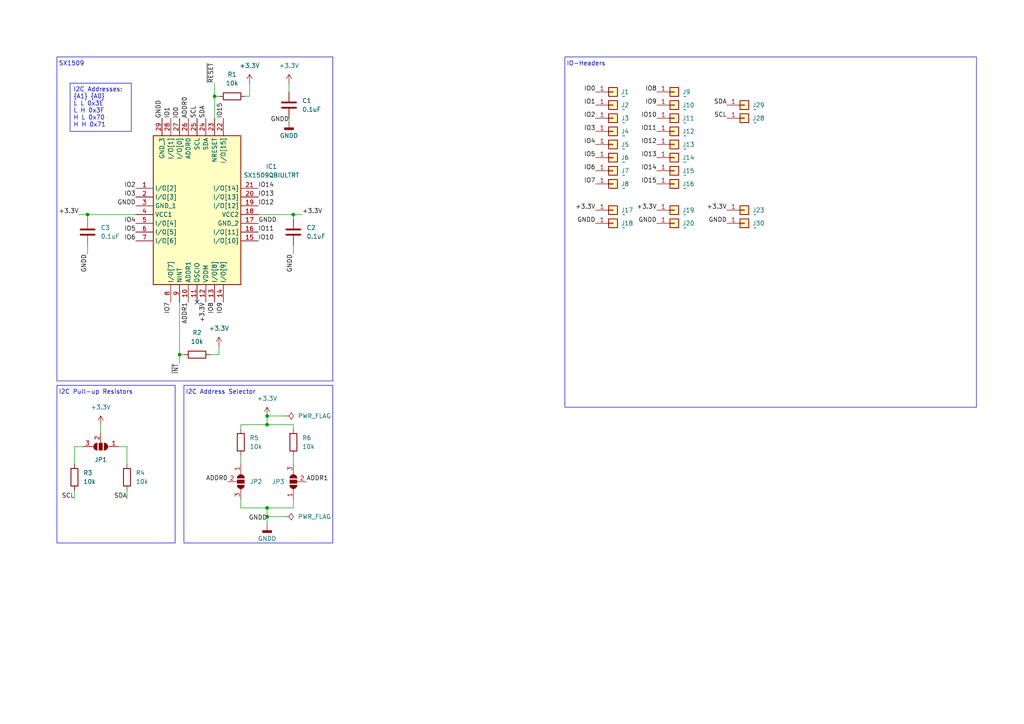
<source format=kicad_sch>
(kicad_sch (version 20231120) (generator "eeschema") (generator_version "8.0")
  (paper "A4")
  (lib_symbols
    (symbol "Connector_Generic:Conn_01x01" (pin_names (offset 1.016) hide)
      (property "Reference" "J" (at 0 2.54 0))
      (property "Value" "Conn_01x01" (at 0 -2.54 0))
      (symbol "Conn_01x01_1_1"
        (rectangle (start -1.27 0.127) (end 0 -0.127) (stroke (width 0.1524)))
        (rectangle (start -1.27 1.27) (end 1.27 -1.27) (stroke (width 0.254)) (fill (type background)))
        (pin passive line (at -5.08 0 0) (length 3.81) (name "Pin_1") (number "1"))
      )
    )
    (symbol "Device:C" (pin_numbers hide) (pin_names (offset 0.254))
      (property "Reference" "C" (at 0.635 2.54 0))
      (property "Value" "C" (at 0.635 -2.54 0))
      (symbol "C_0_1"
        (polyline (pts (xy -2.032 -0.762) (xy 2.032 -0.762)) (stroke (width 0.508)))
        (polyline (pts (xy -2.032 0.762) (xy 2.032 0.762)) (stroke (width 0.508)))
      )
      (symbol "C_1_1"
        (pin passive line (at 0 3.81 270) (length 2.794) (name "~") (number "1"))
        (pin passive line (at 0 -3.81 90) (length 2.794) (name "~") (number "2"))
      )
    )
    (symbol "Device:R" (pin_numbers hide) (pin_names (offset 0))
      (property "Reference" "R" (at 2.032 0 90))
      (property "Value" "R" (at 0 0 90))
      (symbol "R_0_1"
        (rectangle (start -1.016 -2.54) (end 1.016 2.54) (stroke (width 0.254)))
      )
      (symbol "R_1_1"
        (pin passive line (at 0 3.81 270) (length 1.27) (name "~") (number "1"))
        (pin passive line (at 0 -3.81 90) (length 1.27) (name "~") (number "2"))
      )
    )
    (symbol "Jumper:SolderJumper_3_Open" (pin_names (offset 0) hide) (exclude_from_sim yes) (in_bom no)
      (property "Reference" "JP" (at -2.54 -2.54 0))
      (property "Value" "SolderJumper_3_Open" (at 0 2.794 0))
      (symbol "SolderJumper_3_Open_0_1"
        (arc (start -1.016 1.016) (mid -2.0276 0) (end -1.016 -1.016))
        (arc (start -1.016 1.016) (mid -2.0276 0) (end -1.016 -1.016) (fill (type outline)))
        (rectangle (start -0.508 1.016) (end 0.508 -1.016) (fill (type outline)))
        (polyline (pts (xy -2.54 0) (xy -2.032 0)))
        (polyline (pts (xy -1.016 1.016) (xy -1.016 -1.016)))
        (polyline (pts (xy 0 -1.27) (xy 0 -1.016)))
        (polyline (pts (xy 1.016 1.016) (xy 1.016 -1.016)))
        (polyline (pts (xy 2.54 0) (xy 2.032 0)))
        (arc (start 1.016 -1.016) (mid 2.0276 0) (end 1.016 1.016))
        (arc (start 1.016 -1.016) (mid 2.0276 0) (end 1.016 1.016) (fill (type outline)))
      )
      (symbol "SolderJumper_3_Open_1_1"
        (pin passive line (at -5.08 0 0) (length 2.54) (name "A") (number "1"))
        (pin passive line (at 0 -3.81 90) (length 2.54) (name "C") (number "2"))
        (pin passive line (at 5.08 0 180) (length 2.54) (name "B") (number "3"))
      )
    )
    (symbol "SX1509QBIULTRT:SX1509QBIULTRT"
      (property "Reference" "IC" (at 31.75 20.32 0))
      (property "Value" "SX1509QBIULTRT" (at 31.75 17.78 0))
      (symbol "SX1509QBIULTRT_1_1"
        (rectangle (start 5.08 15.24) (end 30.48 -27.94) (stroke (width 0.254)) (fill (type background)))
        (pin passive line (at 0 0 0) (length 5.08) (name "I/O[2]") (number "1"))
        (pin passive line (at 15.24 -33.02 90) (length 5.08) (name "ADDR1") (number "10"))
        (pin passive line (at 17.78 -33.02 90) (length 5.08) (name "OSCIO") (number "11"))
        (pin passive line (at 20.32 -33.02 90) (length 5.08) (name "VDDM") (number "12"))
        (pin passive line (at 22.86 -33.02 90) (length 5.08) (name "I/O[8]") (number "13"))
        (pin passive line (at 25.4 -33.02 90) (length 5.08) (name "I/O[9]") (number "14"))
        (pin passive line (at 35.56 -15.24 180) (length 5.08) (name "I/O[10]") (number "15"))
        (pin passive line (at 35.56 -12.7 180) (length 5.08) (name "I/O[11]") (number "16"))
        (pin passive line (at 35.56 -10.16 180) (length 5.08) (name "GND_2") (number "17"))
        (pin passive line (at 35.56 -7.62 180) (length 5.08) (name "VCC2") (number "18"))
        (pin passive line (at 35.56 -5.08 180) (length 5.08) (name "I/O[12]") (number "19"))
        (pin passive line (at 0 -2.54 0) (length 5.08) (name "I/O[3]") (number "2"))
        (pin passive line (at 35.56 -2.54 180) (length 5.08) (name "I/O[13]") (number "20"))
        (pin passive line (at 35.56 0 180) (length 5.08) (name "I/O[14]") (number "21"))
        (pin passive line (at 25.4 20.32 270) (length 5.08) (name "I/O[15]") (number "22"))
        (pin passive line (at 22.86 20.32 270) (length 5.08) (name "NRESET") (number "23"))
        (pin passive line (at 20.32 20.32 270) (length 5.08) (name "SDA") (number "24"))
        (pin passive line (at 17.78 20.32 270) (length 5.08) (name "SCL") (number "25"))
        (pin passive line (at 15.24 20.32 270) (length 5.08) (name "ADDR0") (number "26"))
        (pin passive line (at 12.7 20.32 270) (length 5.08) (name "I/O[0]") (number "27"))
        (pin passive line (at 10.16 20.32 270) (length 5.08) (name "I/O[1]") (number "28"))
        (pin passive line (at 7.62 20.32 270) (length 5.08) (name "GND_3") (number "29"))
        (pin passive line (at 0 -5.08 0) (length 5.08) (name "GND_1") (number "3"))
        (pin passive line (at 0 -7.62 0) (length 5.08) (name "VCC1") (number "4"))
        (pin passive line (at 0 -10.16 0) (length 5.08) (name "I/O[4]") (number "5"))
        (pin passive line (at 0 -12.7 0) (length 5.08) (name "I/O[5]") (number "6"))
        (pin passive line (at 0 -15.24 0) (length 5.08) (name "I/O[6]") (number "7"))
        (pin passive line (at 10.16 -33.02 90) (length 5.08) (name "I/O[7]") (number "8"))
        (pin passive line (at 12.7 -33.02 90) (length 5.08) (name "NINT") (number "9"))
      )
    )
    (symbol "power:+3.3V" (power) (pin_numbers hide) (pin_names (offset 0) hide)
      (property "Value" "+3.3V" (at 0 3.556 0))
      (symbol "+3.3V_0_1"
        (polyline (pts (xy -0.762 1.27) (xy 0 2.54)))
        (polyline (pts (xy 0 0) (xy 0 2.54)))
        (polyline (pts (xy 0 2.54) (xy 0.762 1.27)))
      )
      (symbol "+3.3V_1_1"
        (pin power_in line (at 0 0 90) (length 0) (name "~") (number "1"))
      )
    )
    (symbol "power:GNDD" (power) (pin_numbers hide) (pin_names (offset 0) hide)
      (property "Value" "GNDD" (at 0 -3.175 0))
      (symbol "GNDD_0_1"
        (rectangle (start -1.27 -1.524) (end 1.27 -2.032) (stroke (width 0.254)) (fill (type outline)))
        (polyline (pts (xy 0 0) (xy 0 -1.524)))
      )
      (symbol "GNDD_1_1"
        (pin power_in line (at 0 0 270) (length 0) (name "~") (number "1"))
      )
    )
    (symbol "power:PWR_FLAG" (power) (pin_numbers hide) (pin_names (offset 0) hide)
      (property "Value" "PWR_FLAG" (at 0 3.81 0))
      (symbol "PWR_FLAG_0_0"
        (pin power_out line (at 0 0 90) (length 0) (name "~") (number "1"))
      )
      (symbol "PWR_FLAG_0_1"
        (polyline (pts (xy 0 0) (xy 0 1.27) (xy -1.016 1.905) (xy 0 2.54) (xy 1.016 1.905) (xy 0 1.27)))
      )
    )
  )
  (junction (at 25.4 62.23))
  (junction (at 52.07 102.87))
  (junction (at 77.47 147.32))
  (junction (at 85.09 62.23))
  (junction (at 77.47 120.65))
  (junction (at 77.47 123.19))
  (junction (at 77.47 149.86))
  (junction (at 62.23 27.94))
  (no_connect (at 57.15 87.63))
  (wire (pts (xy 87.63 62.23) (xy 85.09 62.23)))
  (wire (pts (xy 77.47 149.86) (xy 82.55 149.86)))
  (wire (pts (xy 77.47 120.65) (xy 77.47 123.19)))
  (wire (pts (xy 69.85 124.46) (xy 69.85 123.19)))
  (wire (pts (xy 52.07 105.41) (xy 52.07 102.87)))
  (wire (pts (xy 34.29 129.54) (xy 36.83 129.54)))
  (wire (pts (xy 85.09 71.12) (xy 85.09 73.66)))
  (wire (pts (xy 83.82 24.13) (xy 83.82 26.67)))
  (wire (pts (xy 85.09 62.23) (xy 85.09 63.5)))
  (wire (pts (xy 85.09 147.32) (xy 85.09 144.78)))
  (wire (pts (xy 71.12 27.94) (xy 72.39 27.94)))
  (wire (pts (xy 77.47 152.4) (xy 77.47 149.86)))
  (wire (pts (xy 85.09 124.46) (xy 85.09 123.19)))
  (wire (pts (xy 63.5 102.87) (xy 60.96 102.87)))
  (wire (pts (xy 77.47 120.65) (xy 82.55 120.65)))
  (wire (pts (xy 25.4 62.23) (xy 25.4 63.5)))
  (wire (pts (xy 21.59 129.54) (xy 24.13 129.54)))
  (wire (pts (xy 22.86 62.23) (xy 25.4 62.23)))
  (wire (pts (xy 21.59 142.24) (xy 21.59 144.78)))
  (wire (pts (xy 36.83 142.24) (xy 36.83 144.78)))
  (wire (pts (xy 85.09 132.08) (xy 85.09 134.62)))
  (wire (pts (xy 25.4 71.12) (xy 25.4 73.66)))
  (wire (pts (xy 69.85 123.19) (xy 77.47 123.19)))
  (wire (pts (xy 77.47 149.86) (xy 77.47 147.32)))
  (wire (pts (xy 77.47 123.19) (xy 85.09 123.19)))
  (wire (pts (xy 69.85 144.78) (xy 69.85 147.32)))
  (wire (pts (xy 62.23 27.94) (xy 62.23 34.29)))
  (wire (pts (xy 25.4 62.23) (xy 39.37 62.23)))
  (wire (pts (xy 52.07 102.87) (xy 53.34 102.87)))
  (wire (pts (xy 69.85 147.32) (xy 77.47 147.32)))
  (wire (pts (xy 77.47 147.32) (xy 85.09 147.32)))
  (wire (pts (xy 62.23 24.13) (xy 62.23 27.94)))
  (wire (pts (xy 83.82 34.29) (xy 83.82 35.56)))
  (wire (pts (xy 63.5 102.87) (xy 63.5 100.33)))
  (wire (pts (xy 62.23 27.94) (xy 63.5 27.94)))
  (wire (pts (xy 36.83 129.54) (xy 36.83 134.62)))
  (wire (pts (xy 29.21 123.19) (xy 29.21 125.73)))
  (wire (pts (xy 85.09 62.23) (xy 74.93 62.23)))
  (wire (pts (xy 52.07 102.87) (xy 52.07 87.63)))
  (wire (pts (xy 69.85 132.08) (xy 69.85 134.62)))
  (wire (pts (xy 21.59 134.62) (xy 21.59 129.54)))
  (wire (pts (xy 72.39 24.13) (xy 72.39 27.94)))
  (rectangle (start 163.83 16.51) (end 283.21 118.11))
  (rectangle (start 16.51 16.51) (end 96.52 110.49))
  (rectangle (start 16.51 111.76) (end 50.8 157.48))
  (rectangle (start 53.34 111.76) (end 96.52 157.48))
  (text_box "I2C Addresses: \n{A1} {A0}\nL L 0x3E\nL H 0x3F\nH L 0x70\nH H 0x71" (at 20.32 24.13 0) (size 17.78 13.97) (effects (font (size 1.27 1.27)) (justify left top)))
  (text "IO-Headers" (at 164.338 18.542 0) (effects (font (size 1.27 1.27)) (justify left)))
  (text "I2C Address Selector" (at 53.848 113.792 0) (effects (font (size 1.27 1.27)) (justify left)))
  (text "I2C Pull-up Resistors" (at 17.018 113.792 0) (effects (font (size 1.27 1.27)) (justify left)))
  (text "SX1509" (at 17.018 18.542 0) (effects (font (size 1.27 1.27)) (justify left)))
  (label "ADDR0" (at 66.04 139.7 180))
  (label "IO2" (at 172.72 34.29 180))
  (label "ADDR0" (at 54.61 34.29 90))
  (label "SDA" (at 59.69 34.29 90))
  (label "GNDD" (at 85.09 73.66 270))
  (label "IO1" (at 172.72 30.48 180))
  (label "+3.3V" (at 210.82 60.96 180))
  (label "IO12" (at 74.93 59.69 0))
  (label "+3.3V" (at 87.63 62.23 0))
  (label "IO9" (at 64.77 87.63 270))
  (label "IO0" (at 52.07 34.29 90))
  (label "IO2" (at 39.37 54.61 180))
  (label "IO10" (at 74.93 69.85 0))
  (label "ADDR1" (at 54.61 87.63 270))
  (label "IO14" (at 190.5 49.53 180))
  (label "GNDD" (at 46.99 34.29 90))
  (label "+3.3V" (at 172.72 60.96 180))
  (label "~{INT}" (at 52.07 105.41 270))
  (label "GNDD" (at 25.4 73.66 270))
  (label "IO6" (at 172.72 49.53 180))
  (label "IO1" (at 49.53 34.29 90))
  (label "IO3" (at 39.37 57.15 180))
  (label "IO4" (at 172.72 41.91 180))
  (label "IO10" (at 190.5 34.29 180))
  (label "IO8" (at 62.23 87.63 270))
  (label "SCL" (at 210.82 34.29 180))
  (label "IO15" (at 190.5 53.34 180))
  (label "GNDD" (at 39.37 59.69 180))
  (label "IO14" (at 74.93 54.61 0))
  (label "GNDD" (at 190.5 64.77 180))
  (label "+3.3V" (at 190.5 60.96 180))
  (label "IO3" (at 172.72 38.1 180))
  (label "IO8" (at 190.5 26.67 180))
  (label "GNDD" (at 74.93 64.77 0))
  (label "IO11" (at 190.5 38.1 180))
  (label "IO5" (at 39.37 67.31 180))
  (label "IO12" (at 190.5 41.91 180))
  (label "SCL" (at 21.59 144.78 180))
  (label "SCL" (at 57.15 34.29 90))
  (label "IO5" (at 172.72 45.72 180))
  (label "SDA" (at 210.82 30.48 180))
  (label "+3.3V" (at 59.69 87.63 270))
  (label "GNDD" (at 83.82 35.56 180))
  (label "GNDD" (at 210.82 64.77 180))
  (label "IO6" (at 39.37 69.85 180))
  (label "IO7" (at 49.53 87.63 270))
  (label "IO4" (at 39.37 64.77 180))
  (label "IO0" (at 172.72 26.67 180))
  (label "GNDD" (at 77.47 151.13 180))
  (label "GNDD" (at 172.72 64.77 180))
  (label "IO13" (at 190.5 45.72 180))
  (label "IO13" (at 74.93 57.15 0))
  (label "IO15" (at 64.77 34.29 90))
  (label "+3.3V" (at 22.86 62.23 180))
  (label "IO7" (at 172.72 53.34 180))
  (label "IO11" (at 74.93 67.31 0))
  (label "IO9" (at 190.5 30.48 180))
  (label "ADDR1" (at 88.9 139.7 0))
  (label "~{RESET}" (at 62.23 24.13 90))
  (label "SDA" (at 36.83 144.78 180))
  (symbol (lib_id "SX1509QBIULTRT:SX1509QBIULTRT") (at 39.37 54.61 0) (unit 1)
    (property "Reference" "IC1" (at 78.74 48.2914 0))
    (property "Value" "SX1509QBIULTRT" (at 78.74 50.8314 0))
    (property "Footprint" "library:QFN40P400X400X60-29N-D" (effects (hide yes)))
    (property "Datasheet" "https://media.digikey.com/pdf/Data%20Sheets/Semtech%20PDFs/SX1508_09QB.pdf" (effects (hide yes)))
    (property "Description" "SX1509QBIULTRT" (effects (hide yes)))
    (property "Height" "0.6" (effects (hide yes)))
    (property "Mouser Part Number" "947-SX1509QBIULTRT" (effects (hide yes)))
    (property "Manufacturer_Name" "SEMTECH" (effects (hide yes)))
    (property "Manufacturer_Part_Number" "SX1509QBIULTRT" (effects (hide yes)))
  )
  (symbol (lib_id "Connector_Generic:Conn_01x01") (at 177.8 45.72 0) (unit 1) (in_bom no)
    (property "Reference" "J6" (at 180.086 45.72 0) (effects (justify left)))
    (property "Value" "~" (at 180.34 46.9899 0) (effects (justify left)))
    (property "Footprint" "Castellated_Holes:Castellated_Hole02" (effects (hide yes)))
    (property "Description" "Generic connector, single row, 01x01, script generated (kicad-library-utils/schlib/autogen/connector/)" (effects (hide yes)))
  )
  (symbol (lib_id "Connector_Generic:Conn_01x01") (at 177.8 26.67 0) (unit 1) (in_bom no)
    (property "Reference" "J1" (at 180.086 26.67 0) (effects (justify left)))
    (property "Value" "~" (at 180.34 27.9399 0) (effects (justify left)))
    (property "Footprint" "Castellated_Holes:Castellated_Hole02" (effects (hide yes)))
    (property "Description" "Generic connector, single row, 01x01, script generated (kicad-library-utils/schlib/autogen/connector/)" (effects (hide yes)))
  )
  (symbol (lib_id "power:GNDD") (at 77.47 152.4 0) (unit 1)
    (property "Reference" "#PWR07" (effects (hide yes)))
    (property "Value" "GNDD" (at 77.47 156.21 0))
    (property "Description" "Power symbol creates a global label with name \"GNDD\" , digital ground" (effects (hide yes)))
  )
  (symbol (lib_id "Device:R") (at 36.83 138.43 180) (unit 1)
    (property "Reference" "R4" (at 39.37 137.1599 0) (effects (justify right)))
    (property "Value" "10k" (at 39.37 139.6999 0) (effects (justify right)))
    (property "Footprint" "Resistor_SMD:R_0402_1005Metric_Pad0.72x0.64mm_HandSolder" (effects (hide yes)))
    (property "Description" "Resistor, 10.0k, 0402 SMD" (effects (hide yes)))
  )
  (symbol (lib_id "Connector_Generic:Conn_01x01") (at 195.58 49.53 0) (unit 1) (in_bom no)
    (property "Reference" "J15" (at 197.866 49.53 0) (effects (justify left)))
    (property "Value" "~" (at 198.12 50.7999 0) (effects (justify left)))
    (property "Footprint" "Castellated_Holes:Castellated_Hole02" (effects (hide yes)))
    (property "Description" "Generic connector, single row, 01x01, script generated (kicad-library-utils/schlib/autogen/connector/)" (effects (hide yes)))
  )
  (symbol (lib_id "power:PWR_FLAG") (at 82.55 120.65 270) (unit 1)
    (property "Reference" "#FLG01" (effects (hide yes)))
    (property "Value" "PWR_FLAG" (at 86.36 120.6499 90) (effects (justify left)))
    (property "Description" "Special symbol for telling ERC where power comes from" (effects (hide yes)))
  )
  (symbol (lib_id "Connector_Generic:Conn_01x01") (at 215.9 34.29 0) (unit 1) (in_bom no)
    (property "Reference" "J28" (at 218.186 34.29 0) (effects (justify left)))
    (property "Value" "~" (at 218.44 35.5599 0) (effects (justify left)))
    (property "Footprint" "Castellated_Holes:Castellated_Hole02" (effects (hide yes)))
    (property "Description" "Generic connector, single row, 01x01, script generated (kicad-library-utils/schlib/autogen/connector/)" (effects (hide yes)))
  )
  (symbol (lib_id "Connector_Generic:Conn_01x01") (at 177.8 49.53 0) (unit 1) (in_bom no)
    (property "Reference" "J7" (at 180.086 49.53 0) (effects (justify left)))
    (property "Value" "~" (at 180.34 50.7999 0) (effects (justify left)))
    (property "Footprint" "Castellated_Holes:Castellated_Hole02" (effects (hide yes)))
    (property "Description" "Generic connector, single row, 01x01, script generated (kicad-library-utils/schlib/autogen/connector/)" (effects (hide yes)))
  )
  (symbol (lib_id "Jumper:SolderJumper_3_Open") (at 85.09 139.7 90) (unit 1) (exclude_from_sim yes) (in_bom no)
    (property "Reference" "JP3" (at 82.55 139.6999 90) (effects (justify left)))
    (property "Value" "SolderJumper_3_Open" (effects (hide yes)))
    (property "Footprint" "Jumper:SolderJumper-3_P1.3mm_Open_RoundedPad1.0x1.5mm" (effects (hide yes)))
    (property "Description" "Solder Jumper, 3-pole, open" (effects (hide yes)))
  )
  (symbol (lib_id "Connector_Generic:Conn_01x01") (at 177.8 30.48 0) (unit 1) (in_bom no)
    (property "Reference" "J2" (at 180.086 30.48 0) (effects (justify left)))
    (property "Value" "~" (at 180.34 31.7499 0) (effects (justify left)))
    (property "Footprint" "Castellated_Holes:Castellated_Hole02" (effects (hide yes)))
    (property "Description" "Generic connector, single row, 01x01, script generated (kicad-library-utils/schlib/autogen/connector/)" (effects (hide yes)))
  )
  (symbol (lib_id "Connector_Generic:Conn_01x01") (at 177.8 53.34 0) (unit 1) (in_bom no)
    (property "Reference" "J8" (at 180.086 53.34 0) (effects (justify left)))
    (property "Value" "~" (at 180.34 54.6099 0) (effects (justify left)))
    (property "Footprint" "Castellated_Holes:Castellated_Hole02" (effects (hide yes)))
    (property "Description" "Generic connector, single row, 01x01, script generated (kicad-library-utils/schlib/autogen/connector/)" (effects (hide yes)))
  )
  (symbol (lib_id "Jumper:SolderJumper_3_Open") (at 29.21 129.54 180) (unit 1) (exclude_from_sim yes) (in_bom no)
    (property "Reference" "JP1" (at 29.21 133.35 0))
    (property "Value" "SolderJumper_3_Open" (effects (hide yes)))
    (property "Footprint" "Jumper:SolderJumper-3_P1.3mm_Open_RoundedPad1.0x1.5mm" (effects (hide yes)))
    (property "Description" "Solder Jumper, 3-pole, open" (effects (hide yes)))
  )
  (symbol (lib_id "Device:R") (at 69.85 128.27 180) (unit 1)
    (property "Reference" "R5" (at 72.39 126.9999 0) (effects (justify right)))
    (property "Value" "10k" (at 72.39 129.5399 0) (effects (justify right)))
    (property "Footprint" "Resistor_SMD:R_0402_1005Metric_Pad0.72x0.64mm_HandSolder" (effects (hide yes)))
    (property "Description" "Resistor, 10.0k, 0402 SMD" (effects (hide yes)))
  )
  (symbol (lib_id "power:+3.3V") (at 29.21 123.19 0) (unit 1)
    (property "Reference" "#PWR05" (effects (hide yes)))
    (property "Value" "+3.3V" (at 29.21 118.11 0))
    (property "Description" "Power symbol creates a global label with name \"+3.3V\"" (effects (hide yes)))
  )
  (symbol (lib_id "Device:C") (at 83.82 30.48 0) (unit 1)
    (property "Reference" "C1" (at 87.63 29.2099 0) (effects (justify left)))
    (property "Value" "0.1uF" (at 87.63 31.7499 0) (effects (justify left)))
    (property "Footprint" "Capacitor_SMD:C_0402_1005Metric_Pad0.74x0.62mm_HandSolder" (effects (hide yes)))
    (property "Description" "Capacitor, 10uF, 0402 SMD" (effects (hide yes)))
  )
  (symbol (lib_id "Device:C") (at 25.4 67.31 0) (unit 1)
    (property "Reference" "C3" (at 29.21 66.0399 0) (effects (justify left)))
    (property "Value" "0.1uF" (at 29.21 68.5799 0) (effects (justify left)))
    (property "Footprint" "Capacitor_SMD:C_0402_1005Metric_Pad0.74x0.62mm_HandSolder" (effects (hide yes)))
    (property "Description" "Capacitor, 10uF, 0402 SMD" (effects (hide yes)))
  )
  (symbol (lib_id "Connector_Generic:Conn_01x01") (at 177.8 41.91 0) (unit 1) (in_bom no)
    (property "Reference" "J5" (at 180.086 41.91 0) (effects (justify left)))
    (property "Value" "~" (at 180.34 43.1799 0) (effects (justify left)))
    (property "Footprint" "Castellated_Holes:Castellated_Hole02" (effects (hide yes)))
    (property "Description" "Generic connector, single row, 01x01, script generated (kicad-library-utils/schlib/autogen/connector/)" (effects (hide yes)))
  )
  (symbol (lib_id "Connector_Generic:Conn_01x01") (at 177.8 38.1 0) (unit 1) (in_bom no)
    (property "Reference" "J4" (at 180.086 38.1 0) (effects (justify left)))
    (property "Value" "~" (at 180.34 39.3699 0) (effects (justify left)))
    (property "Footprint" "Castellated_Holes:Castellated_Hole02" (effects (hide yes)))
    (property "Description" "Generic connector, single row, 01x01, script generated (kicad-library-utils/schlib/autogen/connector/)" (effects (hide yes)))
  )
  (symbol (lib_id "Connector_Generic:Conn_01x01") (at 195.58 64.77 0) (unit 1) (in_bom no)
    (property "Reference" "J20" (at 197.866 64.77 0) (effects (justify left)))
    (property "Value" "~" (at 198.12 66.0399 0) (effects (justify left)))
    (property "Footprint" "Castellated_Holes:Castellated_Hole02" (effects (hide yes)))
    (property "Description" "Generic connector, single row, 01x01, script generated (kicad-library-utils/schlib/autogen/connector/)" (effects (hide yes)))
  )
  (symbol (lib_id "Device:R") (at 57.15 102.87 90) (unit 1)
    (property "Reference" "R2" (at 57.15 96.52 90))
    (property "Value" "10k" (at 57.15 99.06 90))
    (property "Footprint" "Resistor_SMD:R_0402_1005Metric_Pad0.72x0.64mm_HandSolder" (effects (hide yes)))
    (property "Description" "Resistor, 10.0k, 0402 SMD" (effects (hide yes)))
  )
  (symbol (lib_id "Connector_Generic:Conn_01x01") (at 215.9 30.48 0) (unit 1) (in_bom no)
    (property "Reference" "J29" (at 218.186 30.48 0) (effects (justify left)))
    (property "Value" "~" (at 218.44 31.7499 0) (effects (justify left)))
    (property "Footprint" "Castellated_Holes:Castellated_Hole02" (effects (hide yes)))
    (property "Description" "Generic connector, single row, 01x01, script generated (kicad-library-utils/schlib/autogen/connector/)" (effects (hide yes)))
  )
  (symbol (lib_id "power:GNDD") (at 83.82 35.56 0) (unit 1)
    (property "Reference" "#PWR01" (effects (hide yes)))
    (property "Value" "GNDD" (at 83.82 39.37 0))
    (property "Description" "Power symbol creates a global label with name \"GNDD\" , digital ground" (effects (hide yes)))
  )
  (symbol (lib_id "power:+3.3V") (at 77.47 120.65 0) (unit 1)
    (property "Reference" "#PWR06" (effects (hide yes)))
    (property "Value" "+3.3V" (at 77.47 115.57 0))
    (property "Description" "Power symbol creates a global label with name \"+3.3V\"" (effects (hide yes)))
  )
  (symbol (lib_id "Connector_Generic:Conn_01x01") (at 195.58 34.29 0) (unit 1) (in_bom no)
    (property "Reference" "J11" (at 197.866 34.29 0) (effects (justify left)))
    (property "Value" "~" (at 198.12 35.5599 0) (effects (justify left)))
    (property "Footprint" "Castellated_Holes:Castellated_Hole02" (effects (hide yes)))
    (property "Description" "Generic connector, single row, 01x01, script generated (kicad-library-utils/schlib/autogen/connector/)" (effects (hide yes)))
  )
  (symbol (lib_id "power:+3.3V") (at 63.5 100.33 0) (unit 1)
    (property "Reference" "#PWR04" (effects (hide yes)))
    (property "Value" "+3.3V" (at 63.5 95.25 0))
    (property "Description" "Power symbol creates a global label with name \"+3.3V\"" (effects (hide yes)))
  )
  (symbol (lib_id "Jumper:SolderJumper_3_Open") (at 69.85 139.7 270) (unit 1) (exclude_from_sim yes) (in_bom no)
    (property "Reference" "JP2" (at 72.39 139.6999 90) (effects (justify left)))
    (property "Value" "SolderJumper_3_Open" (effects (hide yes)))
    (property "Footprint" "Jumper:SolderJumper-3_P1.3mm_Open_RoundedPad1.0x1.5mm" (effects (hide yes)))
    (property "Description" "Solder Jumper, 3-pole, open" (effects (hide yes)))
  )
  (symbol (lib_id "Connector_Generic:Conn_01x01") (at 195.58 26.67 0) (unit 1) (in_bom no)
    (property "Reference" "J9" (at 197.866 26.67 0) (effects (justify left)))
    (property "Value" "~" (at 198.12 27.9399 0) (effects (justify left)))
    (property "Footprint" "Castellated_Holes:Castellated_Hole02" (effects (hide yes)))
    (property "Description" "Generic connector, single row, 01x01, script generated (kicad-library-utils/schlib/autogen/connector/)" (effects (hide yes)))
  )
  (symbol (lib_id "Connector_Generic:Conn_01x01") (at 195.58 53.34 0) (unit 1) (in_bom no)
    (property "Reference" "J16" (at 197.866 53.34 0) (effects (justify left)))
    (property "Value" "~" (at 198.12 54.6099 0) (effects (justify left)))
    (property "Footprint" "Castellated_Holes:Castellated_Hole02" (effects (hide yes)))
    (property "Description" "Generic connector, single row, 01x01, script generated (kicad-library-utils/schlib/autogen/connector/)" (effects (hide yes)))
  )
  (symbol (lib_id "Device:C") (at 85.09 67.31 0) (unit 1)
    (property "Reference" "C2" (at 88.9 66.0399 0) (effects (justify left)))
    (property "Value" "0.1uF" (at 88.9 68.5799 0) (effects (justify left)))
    (property "Footprint" "Capacitor_SMD:C_0402_1005Metric_Pad0.74x0.62mm_HandSolder" (effects (hide yes)))
    (property "Description" "Capacitor, 10uF, 0402 SMD" (effects (hide yes)))
  )
  (symbol (lib_id "power:+3.3V") (at 83.82 24.13 0) (unit 1)
    (property "Reference" "#PWR02" (effects (hide yes)))
    (property "Value" "+3.3V" (at 83.82 19.05 0))
    (property "Description" "Power symbol creates a global label with name \"+3.3V\"" (effects (hide yes)))
  )
  (symbol (lib_id "Connector_Generic:Conn_01x01") (at 195.58 41.91 0) (unit 1) (in_bom no)
    (property "Reference" "J13" (at 197.866 41.91 0) (effects (justify left)))
    (property "Value" "~" (at 198.12 43.1799 0) (effects (justify left)))
    (property "Footprint" "Castellated_Holes:Castellated_Hole02" (effects (hide yes)))
    (property "Description" "Generic connector, single row, 01x01, script generated (kicad-library-utils/schlib/autogen/connector/)" (effects (hide yes)))
  )
  (symbol (lib_id "power:PWR_FLAG") (at 82.55 149.86 270) (unit 1)
    (property "Reference" "#FLG02" (effects (hide yes)))
    (property "Value" "PWR_FLAG" (at 86.36 149.8599 90) (effects (justify left)))
    (property "Description" "Special symbol for telling ERC where power comes from" (effects (hide yes)))
  )
  (symbol (lib_id "Device:R") (at 67.31 27.94 90) (unit 1)
    (property "Reference" "R1" (at 67.31 21.59 90))
    (property "Value" "10k" (at 67.31 24.13 90))
    (property "Footprint" "Resistor_SMD:R_0402_1005Metric_Pad0.72x0.64mm_HandSolder" (effects (hide yes)))
    (property "Description" "Resistor, 10.0k, 0402 SMD" (effects (hide yes)))
  )
  (symbol (lib_id "Connector_Generic:Conn_01x01") (at 215.9 64.77 0) (unit 1) (in_bom no)
    (property "Reference" "J30" (at 218.186 64.77 0) (effects (justify left)))
    (property "Value" "~" (at 218.44 66.0399 0) (effects (justify left)))
    (property "Footprint" "Castellated_Holes:Castellated_Hole02" (effects (hide yes)))
    (property "Description" "Generic connector, single row, 01x01, script generated (kicad-library-utils/schlib/autogen/connector/)" (effects (hide yes)))
  )
  (symbol (lib_id "Connector_Generic:Conn_01x01") (at 177.8 60.96 0) (unit 1) (in_bom no)
    (property "Reference" "J17" (at 180.086 60.96 0) (effects (justify left)))
    (property "Value" "~" (at 180.34 62.2299 0) (effects (justify left)))
    (property "Footprint" "Castellated_Holes:Castellated_Hole02" (effects (hide yes)))
    (property "Description" "Generic connector, single row, 01x01, script generated (kicad-library-utils/schlib/autogen/connector/)" (effects (hide yes)))
  )
  (symbol (lib_id "Connector_Generic:Conn_01x01") (at 177.8 64.77 0) (unit 1) (in_bom no)
    (property "Reference" "J18" (at 180.086 64.77 0) (effects (justify left)))
    (property "Value" "~" (at 180.34 66.0399 0) (effects (justify left)))
    (property "Footprint" "Castellated_Holes:Castellated_Hole02" (effects (hide yes)))
    (property "Description" "Generic connector, single row, 01x01, script generated (kicad-library-utils/schlib/autogen/connector/)" (effects (hide yes)))
  )
  (symbol (lib_id "Connector_Generic:Conn_01x01") (at 195.58 30.48 0) (unit 1) (in_bom no)
    (property "Reference" "J10" (at 197.866 30.48 0) (effects (justify left)))
    (property "Value" "~" (at 198.12 31.7499 0) (effects (justify left)))
    (property "Footprint" "Castellated_Holes:Castellated_Hole02" (effects (hide yes)))
    (property "Description" "Generic connector, single row, 01x01, script generated (kicad-library-utils/schlib/autogen/connector/)" (effects (hide yes)))
  )
  (symbol (lib_id "Connector_Generic:Conn_01x01") (at 195.58 38.1 0) (unit 1) (in_bom no)
    (property "Reference" "J12" (at 197.866 38.1 0) (effects (justify left)))
    (property "Value" "~" (at 198.12 39.3699 0) (effects (justify left)))
    (property "Footprint" "Castellated_Holes:Castellated_Hole02" (effects (hide yes)))
    (property "Description" "Generic connector, single row, 01x01, script generated (kicad-library-utils/schlib/autogen/connector/)" (effects (hide yes)))
  )
  (symbol (lib_id "Connector_Generic:Conn_01x01") (at 195.58 45.72 0) (unit 1) (in_bom no)
    (property "Reference" "J14" (at 197.866 45.72 0) (effects (justify left)))
    (property "Value" "~" (at 198.12 46.9899 0) (effects (justify left)))
    (property "Footprint" "Castellated_Holes:Castellated_Hole02" (effects (hide yes)))
    (property "Description" "Generic connector, single row, 01x01, script generated (kicad-library-utils/schlib/autogen/connector/)" (effects (hide yes)))
  )
  (symbol (lib_id "Connector_Generic:Conn_01x01") (at 195.58 60.96 0) (unit 1) (in_bom no)
    (property "Reference" "J19" (at 197.866 60.96 0) (effects (justify left)))
    (property "Value" "~" (at 198.12 62.2299 0) (effects (justify left)))
    (property "Footprint" "Castellated_Holes:Castellated_Hole02" (effects (hide yes)))
    (property "Description" "Generic connector, single row, 01x01, script generated (kicad-library-utils/schlib/autogen/connector/)" (effects (hide yes)))
  )
  (symbol (lib_id "power:+3.3V") (at 72.39 24.13 0) (unit 1)
    (property "Reference" "#PWR03" (effects (hide yes)))
    (property "Value" "+3.3V" (at 72.39 19.05 0))
    (property "Description" "Power symbol creates a global label with name \"+3.3V\"" (effects (hide yes)))
  )
  (symbol (lib_id "Device:R") (at 85.09 128.27 180) (unit 1)
    (property "Reference" "R6" (at 87.63 126.9999 0) (effects (justify right)))
    (property "Value" "10k" (at 87.63 129.5399 0) (effects (justify right)))
    (property "Footprint" "Resistor_SMD:R_0402_1005Metric_Pad0.72x0.64mm_HandSolder" (effects (hide yes)))
    (property "Description" "Resistor, 10.0k, 0402 SMD" (effects (hide yes)))
  )
  (symbol (lib_id "Connector_Generic:Conn_01x01") (at 215.9 60.96 0) (unit 1) (in_bom no)
    (property "Reference" "J23" (at 218.186 60.96 0) (effects (justify left)))
    (property "Value" "~" (at 218.44 62.2299 0) (effects (justify left)))
    (property "Footprint" "Castellated_Holes:Castellated_Hole02" (effects (hide yes)))
    (property "Description" "Generic connector, single row, 01x01, script generated (kicad-library-utils/schlib/autogen/connector/)" (effects (hide yes)))
  )
  (symbol (lib_id "Device:R") (at 21.59 138.43 180) (unit 1)
    (property "Reference" "R3" (at 24.13 137.1599 0) (effects (justify right)))
    (property "Value" "10k" (at 24.13 139.6999 0) (effects (justify right)))
    (property "Footprint" "Resistor_SMD:R_0402_1005Metric_Pad0.72x0.64mm_HandSolder" (effects (hide yes)))
    (property "Description" "Resistor, 10.0k, 0402 SMD" (effects (hide yes)))
  )
  (symbol (lib_id "Connector_Generic:Conn_01x01") (at 177.8 34.29 0) (unit 1) (in_bom no)
    (property "Reference" "J3" (at 180.086 34.29 0) (effects (justify left)))
    (property "Value" "~" (at 180.34 35.5599 0) (effects (justify left)))
    (property "Footprint" "Castellated_Holes:Castellated_Hole02" (effects (hide yes)))
    (property "Description" "Generic connector, single row, 01x01, script generated (kicad-library-utils/schlib/autogen/connector/)" (effects (hide yes)))
  )
)
</source>
